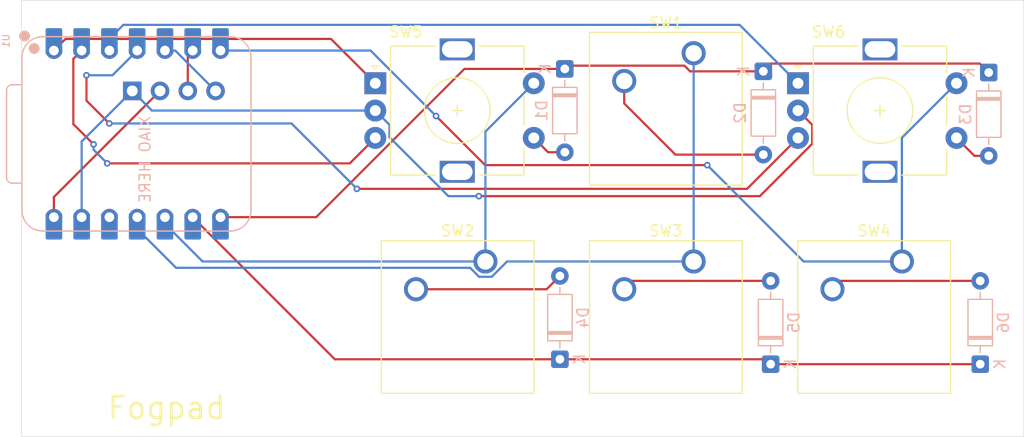
<source format=kicad_pcb>
(kicad_pcb (version 20241229) (generator "pcbnew") (generator_version "9.0")
  (layers (0 "F.Cu" signal) (2 "B.Cu" signal) (13 "F.Paste" user) (15 "B.Paste" user) (5 "F.SilkS" user "F.Silkscreen") (7 "B.SilkS" user "B.Silkscreen") (1 "F.Mask" user) (3 "B.Mask" user) (25 "Edge.Cuts" user))
  (net 0 "")
  (net 1 "Row 1")
  (net 2 "Net-(D1-A)")
  (net 3 "Net-(D2-A)")
  (net 4 "Net-(D3-A)")
  (net 5 "Net-(D4-A)")
  (net 6 "Row 2")
  (net 7 "Net-(D5-A)")
  (net 8 "Net-(D6-A)")
  (net 9 "Net-(J1-SDA)")
  (net 10 "GND")
  (net 11 "Net-(J1-SCL)")
  (net 12 "+5V")
  (net 13 "Column 2")
  (net 14 "Column 1")
  (net 15 "Column 3")
  (net 16 "knob1b")
  (net 17 "knob1a")
  (net 18 "knob2a")
  (net 19 "knob2b")
  (footprint "Button_Switch_Keyboard:SW_Cherry_MX_1.00u_PCB" (layer "F.Cu") (at 145.415 59.21375)
    (property "Reference" "SW1" (at -2.54 -2.794 0) (layer "F.SilkS"))
    (property "Value" "SW_Push")
    (fp_line (start -9.525 -1.905) (end 4.445 -1.905) (stroke (width 0.12)) (layer "F.SilkS"))
    (fp_line (start -9.525 12.065) (end -9.525 -1.905) (stroke (width 0.12)) (layer "F.SilkS"))
    (fp_line (start 4.445 -1.905) (end 4.445 12.065) (stroke (width 0.12)) (layer "F.SilkS"))
    (fp_line (start 4.445 12.065) (end -9.525 12.065) (stroke (width 0.12)) (layer "F.SilkS"))
    (pad "" np_thru_hole circle (at -7.62 5.08) (size 1.7 1.7) (drill 1.7) (layers "*.Cu" "*.Mask"))
    (pad "" np_thru_hole circle (at -2.54 5.08) (size 4 4) (drill 4) (layers "*.Cu" "*.Mask"))
    (pad "" np_thru_hole circle (at 2.54 5.08) (size 1.7 1.7) (drill 1.7) (layers "*.Cu" "*.Mask"))
    (pad "1" thru_hole circle (at 0 0) (size 2.2 2.2) (drill 1.5) (layers "*.Cu" "*.Mask") (net 13 "Column 2"))
    (pad "2" thru_hole circle (at -6.35 2.54) (size 2.2 2.2) (drill 1.5) (layers "*.Cu" "*.Mask") (net 3 "Net-(D2-A)"))
  )
  (footprint "ScottoKeebs_Components:OLED_128x64" (layer "F.Cu") (at 97.87 62.66)
    (property "Reference" "J1" (hide yes))
    (property "Value" "OLED_128x64")
    (pad "1" thru_hole rect (at -3.81 0 90) (size 1.7 1.7) (drill 1) (layers "*.Cu" "*.Mask") (net 10 "GND"))
    (pad "2" thru_hole oval (at -1.27 0 90) (size 1.7 1.7) (drill 1) (layers "*.Cu" "*.Mask") (net 12 "+5V"))
    (pad "3" thru_hole oval (at 1.27 0 90) (size 1.7 1.7) (drill 1) (layers "*.Cu" "*.Mask") (net 11 "Net-(J1-SCL)"))
    (pad "4" thru_hole oval (at 3.81 0 90) (size 1.7 1.7) (drill 1) (layers "*.Cu" "*.Mask") (net 9 "Net-(J1-SDA)"))
  )
  (footprint "Rotary_Encoder:RotaryEncoder_Alps_EC11E-Switch_Vertical_H20mm" (layer "F.Cu") (at 116.29 61.96)
    (property "Reference" "SW5" (at 2.8 -4.7 0) (layer "F.SilkS"))
    (property "Value" "RotaryEncoder_Switch")
    (fp_line (start -0.3 -1.6) (end 0.3 -1.6) (stroke (width 0.12)) (layer "F.SilkS"))
    (fp_line (start 0 -1.3) (end -0.3 -1.6) (stroke (width 0.12)) (layer "F.SilkS"))
    (fp_line (start 0.3 -1.6) (end 0 -1.3) (stroke (width 0.12)) (layer "F.SilkS"))
    (fp_line (start 1.4 -3.4) (end 1.4 8.4) (stroke (width 0.12)) (layer "F.SilkS"))
    (fp_line (start 5.5 -3.4) (end 1.4 -3.4) (stroke (width 0.12)) (layer "F.SilkS"))
    (fp_line (start 5.5 8.4) (end 1.4 8.4) (stroke (width 0.12)) (layer "F.SilkS"))
    (fp_line (start 7 2.5) (end 8 2.5) (stroke (width 0.12)) (layer "F.SilkS"))
    (fp_line (start 7.5 2) (end 7.5 3) (stroke (width 0.12)) (layer "F.SilkS"))
    (fp_line (start 9.5 -3.4) (end 13.6 -3.4) (stroke (width 0.12)) (layer "F.SilkS"))
    (fp_line (start 13.6 -3.4) (end 13.6 -1) (stroke (width 0.12)) (layer "F.SilkS"))
    (fp_line (start 13.6 1.2) (end 13.6 3.8) (stroke (width 0.12)) (layer "F.SilkS"))
    (fp_line (start 13.6 6) (end 13.6 8.4) (stroke (width 0.12)) (layer "F.SilkS"))
    (fp_line (start 13.6 8.4) (end 9.5 8.4) (stroke (width 0.12)) (layer "F.SilkS"))
    (fp_circle (center 7.5 2.5) (end 10.5 2.5) (stroke (width 0.12)) (fill no) (layer "F.SilkS"))
    (pad "A" thru_hole rect (at 0 0) (size 2 2) (drill 1) (layers "*.Cu" "*.Mask") (net 17 "knob1a"))
    (pad "B" thru_hole circle (at 0 5) (size 2 2) (drill 1) (layers "*.Cu" "*.Mask") (net 16 "knob1b"))
    (pad "C" thru_hole circle (at 0 2.5) (size 2 2) (drill 1) (layers "*.Cu" "*.Mask") (net 10 "GND"))
    (pad "MP" thru_hole rect (at 7.5 -3.1) (size 3.2 2) (drill oval 2.8 1.5) (layers "*.Cu" "*.Mask"))
    (pad "MP" thru_hole rect (at 7.5 8.1) (size 3.2 2) (drill oval 2.8 1.5) (layers "*.Cu" "*.Mask"))
    (pad "S1" thru_hole circle (at 14.5 5) (size 2 2) (drill 1) (layers "*.Cu" "*.Mask") (net 2 "Net-(D1-A)"))
    (pad "S2" thru_hole circle (at 14.5 0) (size 2 2) (drill 1) (layers "*.Cu" "*.Mask") (net 14 "Column 1"))
  )
  (footprint "Button_Switch_Keyboard:SW_Cherry_MX_1.00u_PCB" (layer "F.Cu") (at 145.415 78.26375)
    (property "Reference" "SW3" (at -2.54 -2.794 0) (layer "F.SilkS"))
    (property "Value" "SW_Push")
    (fp_line (start -9.525 -1.905) (end 4.445 -1.905) (stroke (width 0.12)) (layer "F.SilkS"))
    (fp_line (start -9.525 12.065) (end -9.525 -1.905) (stroke (width 0.12)) (layer "F.SilkS"))
    (fp_line (start 4.445 -1.905) (end 4.445 12.065) (stroke (width 0.12)) (layer "F.SilkS"))
    (fp_line (start 4.445 12.065) (end -9.525 12.065) (stroke (width 0.12)) (layer "F.SilkS"))
    (pad "" np_thru_hole circle (at -7.62 5.08) (size 1.7 1.7) (drill 1.7) (layers "*.Cu" "*.Mask"))
    (pad "" np_thru_hole circle (at -2.54 5.08) (size 4 4) (drill 4) (layers "*.Cu" "*.Mask"))
    (pad "" np_thru_hole circle (at 2.54 5.08) (size 1.7 1.7) (drill 1.7) (layers "*.Cu" "*.Mask"))
    (pad "1" thru_hole circle (at 0 0) (size 2.2 2.2) (drill 1.5) (layers "*.Cu" "*.Mask") (net 13 "Column 2"))
    (pad "2" thru_hole circle (at -6.35 2.54) (size 2.2 2.2) (drill 1.5) (layers "*.Cu" "*.Mask") (net 7 "Net-(D5-A)"))
  )
  (footprint "Button_Switch_Keyboard:SW_Cherry_MX_1.00u_PCB" (layer "F.Cu") (at 126.365 78.26375)
    (property "Reference" "SW2" (at -2.54 -2.794 0) (layer "F.SilkS"))
    (property "Value" "SW_Push")
    (fp_line (start -9.525 -1.905) (end 4.445 -1.905) (stroke (width 0.12)) (layer "F.SilkS"))
    (fp_line (start -9.525 12.065) (end -9.525 -1.905) (stroke (width 0.12)) (layer "F.SilkS"))
    (fp_line (start 4.445 -1.905) (end 4.445 12.065) (stroke (width 0.12)) (layer "F.SilkS"))
    (fp_line (start 4.445 12.065) (end -9.525 12.065) (stroke (width 0.12)) (layer "F.SilkS"))
    (pad "" np_thru_hole circle (at -7.62 5.08) (size 1.7 1.7) (drill 1.7) (layers "*.Cu" "*.Mask"))
    (pad "" np_thru_hole circle (at -2.54 5.08) (size 4 4) (drill 4) (layers "*.Cu" "*.Mask"))
    (pad "" np_thru_hole circle (at 2.54 5.08) (size 1.7 1.7) (drill 1.7) (layers "*.Cu" "*.Mask"))
    (pad "1" thru_hole circle (at 0 0) (size 2.2 2.2) (drill 1.5) (layers "*.Cu" "*.Mask") (net 14 "Column 1"))
    (pad "2" thru_hole circle (at -6.35 2.54) (size 2.2 2.2) (drill 1.5) (layers "*.Cu" "*.Mask") (net 5 "Net-(D4-A)"))
  )
  (footprint "Rotary_Encoder:RotaryEncoder_Alps_EC11E-Switch_Vertical_H20mm" (layer "F.Cu") (at 154.96 61.96)
    (property "Reference" "SW6" (at 2.8 -4.7 0) (layer "F.SilkS"))
    (property "Value" "RotaryEncoder_Switch")
    (fp_line (start -0.3 -1.6) (end 0.3 -1.6) (stroke (width 0.12)) (layer "F.SilkS"))
    (fp_line (start 0 -1.3) (end -0.3 -1.6) (stroke (width 0.12)) (layer "F.SilkS"))
    (fp_line (start 0.3 -1.6) (end 0 -1.3) (stroke (width 0.12)) (layer "F.SilkS"))
    (fp_line (start 1.4 -3.4) (end 1.4 8.4) (stroke (width 0.12)) (layer "F.SilkS"))
    (fp_line (start 5.5 -3.4) (end 1.4 -3.4) (stroke (width 0.12)) (layer "F.SilkS"))
    (fp_line (start 5.5 8.4) (end 1.4 8.4) (stroke (width 0.12)) (layer "F.SilkS"))
    (fp_line (start 7 2.5) (end 8 2.5) (stroke (width 0.12)) (layer "F.SilkS"))
    (fp_line (start 7.5 2) (end 7.5 3) (stroke (width 0.12)) (layer "F.SilkS"))
    (fp_line (start 9.5 -3.4) (end 13.6 -3.4) (stroke (width 0.12)) (layer "F.SilkS"))
    (fp_line (start 13.6 -3.4) (end 13.6 -1) (stroke (width 0.12)) (layer "F.SilkS"))
    (fp_line (start 13.6 1.2) (end 13.6 3.8) (stroke (width 0.12)) (layer "F.SilkS"))
    (fp_line (start 13.6 6) (end 13.6 8.4) (stroke (width 0.12)) (layer "F.SilkS"))
    (fp_line (start 13.6 8.4) (end 9.5 8.4) (stroke (width 0.12)) (layer "F.SilkS"))
    (fp_circle (center 7.5 2.5) (end 10.5 2.5) (stroke (width 0.12)) (fill no) (layer "F.SilkS"))
    (pad "A" thru_hole rect (at 0 0) (size 2 2) (drill 1) (layers "*.Cu" "*.Mask") (net 18 "knob2a"))
    (pad "B" thru_hole circle (at 0 5) (size 2 2) (drill 1) (layers "*.Cu" "*.Mask") (net 19 "knob2b"))
    (pad "C" thru_hole circle (at 0 2.5) (size 2 2) (drill 1) (layers "*.Cu" "*.Mask") (net 10 "GND"))
    (pad "MP" thru_hole rect (at 7.5 -3.1) (size 3.2 2) (drill oval 2.8 1.5) (layers "*.Cu" "*.Mask"))
    (pad "MP" thru_hole rect (at 7.5 8.1) (size 3.2 2) (drill oval 2.8 1.5) (layers "*.Cu" "*.Mask"))
    (pad "S1" thru_hole circle (at 14.5 5) (size 2 2) (drill 1) (layers "*.Cu" "*.Mask") (net 4 "Net-(D3-A)"))
    (pad "S2" thru_hole circle (at 14.5 0) (size 2 2) (drill 1) (layers "*.Cu" "*.Mask") (net 15 "Column 3"))
  )
  (footprint "Button_Switch_Keyboard:SW_Cherry_MX_1.00u_PCB" (layer "F.Cu") (at 164.465 78.26375)
    (property "Reference" "SW4" (at -2.54 -2.794 0) (layer "F.SilkS"))
    (property "Value" "SW_Push")
    (fp_line (start -9.525 -1.905) (end 4.445 -1.905) (stroke (width 0.12)) (layer "F.SilkS"))
    (fp_line (start -9.525 12.065) (end -9.525 -1.905) (stroke (width 0.12)) (layer "F.SilkS"))
    (fp_line (start 4.445 -1.905) (end 4.445 12.065) (stroke (width 0.12)) (layer "F.SilkS"))
    (fp_line (start 4.445 12.065) (end -9.525 12.065) (stroke (width 0.12)) (layer "F.SilkS"))
    (pad "" np_thru_hole circle (at -7.62 5.08) (size 1.7 1.7) (drill 1.7) (layers "*.Cu" "*.Mask"))
    (pad "" np_thru_hole circle (at -2.54 5.08) (size 4 4) (drill 4) (layers "*.Cu" "*.Mask"))
    (pad "" np_thru_hole circle (at 2.54 5.08) (size 1.7 1.7) (drill 1.7) (layers "*.Cu" "*.Mask"))
    (pad "1" thru_hole circle (at 0 0) (size 2.2 2.2) (drill 1.5) (layers "*.Cu" "*.Mask") (net 15 "Column 3"))
    (pad "2" thru_hole circle (at -6.35 2.54) (size 2.2 2.2) (drill 1.5) (layers "*.Cu" "*.Mask") (net 8 "Net-(D6-A)"))
  )
  (footprint "Diode_THT:D_DO-35_SOD27_P7.62mm_Horizontal" (layer "B.Cu") (at 152.46 87.66 90)
    (property "Reference" "D5" (at 3.81 2.12 90) (layer "B.SilkS") (effects (justify mirror)))
    (property "Value" "1N4148")
    (fp_line (start 6.58 0) (end 5.93 0) (stroke (width 0.12)) (layer "B.SilkS"))
    (fp_line (start 1.04 0) (end 1.69 0) (stroke (width 0.12)) (layer "B.SilkS"))
    (fp_line (start 2.53 1.12) (end 2.53 -1.12) (stroke (width 0.12)) (layer "B.SilkS"))
    (fp_line (start 2.41 1.12) (end 2.41 -1.12) (stroke (width 0.12)) (layer "B.SilkS"))
    (fp_line (start 2.29 1.12) (end 2.29 -1.12) (stroke (width 0.12)) (layer "B.SilkS"))
    (fp_rect (start 1.69 1.12) (end 5.93 -1.12) (stroke (width 0.12)) (fill no) (layer "B.SilkS"))
    (fp_text user "K" (at 0 1.8 90) (layer "B.SilkS") (effects (justify mirror)))
    (pad "1" thru_hole roundrect (at 0 0 90) (size 1.6 1.6) (drill 0.8) (layers "*.Cu" "*.Mask") (roundrect_rratio 0.15625) (net 6 "Row 2"))
    (pad "2" thru_hole circle (at 7.62 0 90) (size 1.6 1.6) (drill 0.8) (layers "*.Cu" "*.Mask") (net 7 "Net-(D5-A)"))
  )
  (footprint "Diode_THT:D_DO-35_SOD27_P7.62mm_Horizontal" (layer "B.Cu") (at 133.18 87.21 90)
    (property "Reference" "D4" (at 3.81 2.12 90) (layer "B.SilkS") (effects (justify mirror)))
    (property "Value" "1N4148")
    (fp_line (start 6.58 0) (end 5.93 0) (stroke (width 0.12)) (layer "B.SilkS"))
    (fp_line (start 1.04 0) (end 1.69 0) (stroke (width 0.12)) (layer "B.SilkS"))
    (fp_line (start 2.53 1.12) (end 2.53 -1.12) (stroke (width 0.12)) (layer "B.SilkS"))
    (fp_line (start 2.41 1.12) (end 2.41 -1.12) (stroke (width 0.12)) (layer "B.SilkS"))
    (fp_line (start 2.29 1.12) (end 2.29 -1.12) (stroke (width 0.12)) (layer "B.SilkS"))
    (fp_rect (start 1.69 1.12) (end 5.93 -1.12) (stroke (width 0.12)) (fill no) (layer "B.SilkS"))
    (fp_text user "K" (at 0 1.8 90) (layer "B.SilkS") (effects (justify mirror)))
    (pad "1" thru_hole roundrect (at 0 0 90) (size 1.6 1.6) (drill 0.8) (layers "*.Cu" "*.Mask") (roundrect_rratio 0.15625) (net 6 "Row 2"))
    (pad "2" thru_hole circle (at 7.62 0 90) (size 1.6 1.6) (drill 0.8) (layers "*.Cu" "*.Mask") (net 5 "Net-(D4-A)"))
  )
  (footprint "Diode_THT:D_DO-35_SOD27_P7.62mm_Horizontal" (layer "B.Cu") (at 172.41 60.98 -90)
    (property "Reference" "D3" (at 3.81 2.12 90) (layer "B.SilkS") (effects (justify mirror)))
    (property "Value" "1N4148")
    (fp_line (start 2.29 1.12) (end 2.29 -1.12) (stroke (width 0.12)) (layer "B.SilkS"))
    (fp_line (start 2.41 1.12) (end 2.41 -1.12) (stroke (width 0.12)) (layer "B.SilkS"))
    (fp_line (start 2.53 1.12) (end 2.53 -1.12) (stroke (width 0.12)) (layer "B.SilkS"))
    (fp_line (start 1.04 0) (end 1.69 0) (stroke (width 0.12)) (layer "B.SilkS"))
    (fp_line (start 6.58 0) (end 5.93 0) (stroke (width 0.12)) (layer "B.SilkS"))
    (fp_rect (start 1.69 1.12) (end 5.93 -1.12) (stroke (width 0.12)) (fill no) (layer "B.SilkS"))
    (fp_text user "K" (at 0 1.8 90) (layer "B.SilkS") (effects (justify mirror)))
    (pad "1" thru_hole roundrect (at 0 0 270) (size 1.6 1.6) (drill 0.8) (layers "*.Cu" "*.Mask") (roundrect_rratio 0.15625) (net 1 "Row 1"))
    (pad "2" thru_hole circle (at 7.62 0 270) (size 1.6 1.6) (drill 0.8) (layers "*.Cu" "*.Mask") (net 4 "Net-(D3-A)"))
  )
  (footprint "OPL:XIAO-RP2040-DIP" (layer "B.Cu") (at 94.51 66.59 -90)
    (property "Reference" "U1" (at -8.5 12 90) (layer "B.SilkS") (effects (font (size 0.635 0.635) (thickness 0.1016)) (justify mirror)))
    (property "Value" "XIAO-RP2040-DIP")
    (fp_line (start -3.991272 11.951) (end 4.004 11.951) (stroke (width 0.127)) (layer "B.SilkS"))
    (fp_line (start 4.504 11.451) (end 4.504 10.541) (stroke (width 0.127)) (layer "B.SilkS"))
    (fp_line (start -4.495 10.541) (end -4.491272 11.451272) (stroke (width 0.127)) (layer "B.SilkS"))
    (fp_line (start 6.985 10.541) (end -6.985 10.541) (stroke (width 0.1)) (layer "B.SilkS"))
    (fp_line (start 6.985 10.541) (end -6.985 10.541) (stroke (width 0.127)) (layer "B.SilkS"))
    (fp_line (start -8.89 -8.509) (end -8.89 8.636) (stroke (width 0.127)) (layer "B.SilkS"))
    (fp_line (start 8.89 -8.509) (end 8.89 8.636) (stroke (width 0.127)) (layer "B.SilkS"))
    (fp_line (start -6.985 -10.414) (end 6.985 -10.414) (stroke (width 0.127)) (layer "B.SilkS"))
    (fp_arc (start -3.991272 11.951) (mid -4.344724 11.804644) (end -4.491272 11.451272) (stroke (width 0.127)) (layer "B.SilkS"))
    (fp_arc (start 4.504 11.451) (mid 4.357553 11.804553) (end 4.004 11.951) (stroke (width 0.127)) (layer "B.SilkS"))
    (fp_arc (start -6.985 10.541) (mid -8.332038 9.983038) (end -8.89 8.636) (stroke (width 0.127)) (layer "B.SilkS"))
    (fp_arc (start 8.89 8.636) (mid 8.332038 9.983038) (end 6.985 10.541) (stroke (width 0.127)) (layer "B.SilkS"))
    (fp_arc (start -8.89 -8.509) (mid -8.332038 -9.856038) (end -6.985 -10.414) (stroke (width 0.127)) (layer "B.SilkS"))
    (fp_arc (start 6.985 -10.414) (mid 8.332038 -9.856038) (end 8.89 -8.509) (stroke (width 0.127)) (layer "B.SilkS"))
    (fp_circle (center -8.95 10.3) (end -8.95 10.554) (stroke (width 0.5)) (fill yes) (layer "B.SilkS"))
    (fp_circle (center -7.807 9.42) (end -7.807 9.674) (stroke (width 0.5)) (fill yes) (layer "B.SilkS"))
    (pad "1" smd roundrect (at -8.455 7.62 90) (size 2.432 1.524) (layers "B.Cu" "B.Mask") (roundrect_rratio 0.1) (net 17 "knob1a"))
    (pad "1" thru_hole circle (at -7.62 7.62 90) (size 1.524 1.524) (drill 0.889) (layers "*.Cu" "*.Mask") (net 17 "knob1a"))
    (pad "2" smd roundrect (at -8.455 5.08 90) (size 2.432 1.524) (layers "B.Cu" "B.Mask") (roundrect_rratio 0.1) (net 16 "knob1b"))
    (pad "2" thru_hole circle (at -7.62 5.08 90) (size 1.524 1.524) (drill 0.889) (layers "*.Cu" "*.Mask") (net 16 "knob1b"))
    (pad "3" smd roundrect (at -8.455 2.54 90) (size 2.432 1.524) (layers "B.Cu" "B.Mask") (roundrect_rratio 0.1) (net 18 "knob2a"))
    (pad "3" thru_hole circle (at -7.62 2.54 90) (size 1.524 1.524) (drill 0.889) (layers "*.Cu" "*.Mask") (net 18 "knob2a"))
    (pad "4" smd roundrect (at -8.455 0 90) (size 2.432 1.524) (layers "B.Cu" "B.Mask") (roundrect_rratio 0.1) (net 19 "knob2b"))
    (pad "4" thru_hole circle (at -7.62 0 90) (size 1.524 1.524) (drill 0.889) (layers "*.Cu" "*.Mask") (net 19 "knob2b"))
    (pad "5" smd roundrect (at -8.455 -2.54 90) (size 2.432 1.524) (layers "B.Cu" "B.Mask") (roundrect_rratio 0.1) (net 9 "Net-(J1-SDA)"))
    (pad "5" thru_hole circle (at -7.62 -2.54 90) (size 1.524 1.524) (drill 0.889) (layers "*.Cu" "*.Mask") (net 9 "Net-(J1-SDA)"))
    (pad "6" smd roundrect (at -8.455 -5.08 90) (size 2.432 1.524) (layers "B.Cu" "B.Mask") (roundrect_rratio 0.1) (net 11 "Net-(J1-SCL)"))
    (pad "6" thru_hole circle (at -7.62 -5.08 90) (size 1.524 1.524) (drill 0.889) (layers "*.Cu" "*.Mask") (net 11 "Net-(J1-SCL)"))
    (pad "7" smd roundrect (at -8.455 -7.62 90) (size 2.432 1.524) (layers "B.Cu" "B.Mask") (roundrect_rratio 0.1) (net 15 "Column 3"))
    (pad "7" thru_hole circle (at -7.62 -7.62 90) (size 1.524 1.524) (drill 0.889) (layers "*.Cu" "*.Mask") (net 15 "Column 3"))
    (pad "8" thru_hole circle (at 7.62 -7.62 270) (size 1.524 1.524) (drill 0.889) (layers "*.Cu" "*.Mask") (net 1 "Row 1"))
    (pad "8" smd roundrect (at 8.455 -7.62 270) (size 2.432 1.524) (layers "B.Cu" "B.Mask") (roundrect_rratio 0.1) (net 1 "Row 1"))
    (pad "9" thru_hole circle (at 7.62 -5.08 270) (size 1.524 1.524) (drill 0.889) (layers "*.Cu" "*.Mask") (net 6 "Row 2"))
    (pad "9" smd roundrect (at 8.455 -5.08 270) (size 2.432 1.524) (layers "B.Cu" "B.Mask") (roundrect_rratio 0.1) (net 6 "Row 2"))
    (pad "10" thru_hole circle (at 7.62 -2.54 270) (size 1.524 1.524) (drill 0.889) (layers "*.Cu" "*.Mask") (net 14 "Column 1"))
    (pad "10" smd roundrect (at 8.455 -2.54 270) (size 2.432 1.524) (layers "B.Cu" "B.Mask") (roundrect_rratio 0.1) (net 14 "Column 1"))
    (pad "11" thru_hole circle (at 7.62 0 270) (size 1.524 1.524) (drill 0.889) (layers "*.Cu" "*.Mask") (net 13 "Column 2"))
    (pad "11" smd roundrect (at 8.455 0 270) (size 2.432 1.524) (layers "B.Cu" "B.Mask") (roundrect_rratio 0.1) (net 13 "Column 2"))
    (pad "12" thru_hole circle (at 7.62 2.54 270) (size 1.524 1.524) (drill 0.889) (layers "*.Cu" "*.Mask"))
    (pad "12" smd roundrect (at 8.455 2.54 270) (size 2.432 1.524) (layers "B.Cu" "B.Mask") (roundrect_rratio 0.1))
    (pad "13" thru_hole circle (at 7.62 5.08 270) (size 1.524 1.524) (drill 0.889) (layers "*.Cu" "*.Mask") (net 10 "GND"))
    (pad "13" smd roundrect (at 8.455 5.08 270) (size 2.432 1.524) (layers "B.Cu" "B.Mask") (roundrect_rratio 0.1) (net 10 "GND"))
    (pad "14" thru_hole circle (at 7.62 7.62 270) (size 1.524 1.524) (drill 0.889) (layers "*.Cu" "*.Mask") (net 12 "+5V"))
    (pad "14" smd roundrect (at 8.455 7.62 270) (size 2.432 1.524) (layers "B.Cu" "B.Mask") (roundrect_rratio 0.1) (net 12 "+5V"))
  )
  (footprint "Diode_THT:D_DO-35_SOD27_P7.62mm_Horizontal" (layer "B.Cu") (at 171.63 87.66 90)
    (property "Reference" "D6" (at 3.81 2.12 90) (layer "B.SilkS") (effects (justify mirror)))
    (property "Value" "1N4148")
    (fp_line (start 6.58 0) (end 5.93 0) (stroke (width 0.12)) (layer "B.SilkS"))
    (fp_line (start 1.04 0) (end 1.69 0) (stroke (width 0.12)) (layer "B.SilkS"))
    (fp_line (start 2.53 1.12) (end 2.53 -1.12) (stroke (width 0.12)) (layer "B.SilkS"))
    (fp_line (start 2.41 1.12) (end 2.41 -1.12) (stroke (width 0.12)) (layer "B.SilkS"))
    (fp_line (start 2.29 1.12) (end 2.29 -1.12) (stroke (width 0.12)) (layer "B.SilkS"))
    (fp_rect (start 1.69 1.12) (end 5.93 -1.12) (stroke (width 0.12)) (fill no) (layer "B.SilkS"))
    (fp_text user "K" (at 0 1.8 90) (layer "B.SilkS") (effects (justify mirror)))
    (pad "1" thru_hole roundrect (at 0 0 90) (size 1.6 1.6) (drill 0.8) (layers "*.Cu" "*.Mask") (roundrect_rratio 0.15625) (net 6 "Row 2"))
    (pad "2" thru_hole circle (at 7.62 0 90) (size 1.6 1.6) (drill 0.8) (layers "*.Cu" "*.Mask") (net 8 "Net-(D6-A)"))
  )
  (footprint "Diode_THT:D_DO-35_SOD27_P7.62mm_Horizontal" (layer "B.Cu") (at 151.79 60.87 -90)
    (property "Reference" "D2" (at 3.81 2.12 90) (layer "B.SilkS") (effects (justify mirror)))
    (property "Value" "1N4148")
    (fp_line (start 2.29 1.12) (end 2.29 -1.12) (stroke (width 0.12)) (layer "B.SilkS"))
    (fp_line (start 2.41 1.12) (end 2.41 -1.12) (stroke (width 0.12)) (layer "B.SilkS"))
    (fp_line (start 2.53 1.12) (end 2.53 -1.12) (stroke (width 0.12)) (layer "B.SilkS"))
    (fp_line (start 1.04 0) (end 1.69 0) (stroke (width 0.12)) (layer "B.SilkS"))
    (fp_line (start 6.58 0) (end 5.93 0) (stroke (width 0.12)) (layer "B.SilkS"))
    (fp_rect (start 1.69 1.12) (end 5.93 -1.12) (stroke (width 0.12)) (fill no) (layer "B.SilkS"))
    (fp_text user "K" (at 0 1.8 90) (layer "B.SilkS") (effects (justify mirror)))
    (pad "1" thru_hole roundrect (at 0 0 270) (size 1.6 1.6) (drill 0.8) (layers "*.Cu" "*.Mask") (roundrect_rratio 0.15625) (net 1 "Row 1"))
    (pad "2" thru_hole circle (at 7.62 0 270) (size 1.6 1.6) (drill 0.8) (layers "*.Cu" "*.Mask") (net 3 "Net-(D2-A)"))
  )
  (footprint "Diode_THT:D_DO-35_SOD27_P7.62mm_Horizontal" (layer "B.Cu") (at 133.63 60.65 -90)
    (property "Reference" "D1" (at 3.81 2.12 90) (layer "B.SilkS") (effects (justify mirror)))
    (property "Value" "1N4148")
    (fp_line (start 2.29 1.12) (end 2.29 -1.12) (stroke (width 0.12)) (layer "B.SilkS"))
    (fp_line (start 2.41 1.12) (end 2.41 -1.12) (stroke (width 0.12)) (layer "B.SilkS"))
    (fp_line (start 2.53 1.12) (end 2.53 -1.12) (stroke (width 0.12)) (layer "B.SilkS"))
    (fp_line (start 1.04 0) (end 1.69 0) (stroke (width 0.12)) (layer "B.SilkS"))
    (fp_line (start 6.58 0) (end 5.93 0) (stroke (width 0.12)) (layer "B.SilkS"))
    (fp_rect (start 1.69 1.12) (end 5.93 -1.12) (stroke (width 0.12)) (fill no) (layer "B.SilkS"))
    (fp_text user "K" (at 0 1.8 90) (layer "B.SilkS") (effects (justify mirror)))
    (pad "1" thru_hole roundrect (at 0 0 270) (size 1.6 1.6) (drill 0.8) (layers "*.Cu" "*.Mask") (roundrect_rratio 0.15625) (net 1 "Row 1"))
    (pad "2" thru_hole circle (at 7.62 0 270) (size 1.6 1.6) (drill 0.8) (layers "*.Cu" "*.Mask") (net 2 "Net-(D1-A)"))
  )
  (gr_rect (start 83.93 54.37) (end 175.62 94.28) (stroke (width 0.05)) (fill no) (layer "Edge.Cuts"))
  (gr_text "Fogpad" (at 91.66 92.82 0) (layer "F.SilkS") (effects (font (size 2 2) (thickness 0.25)) (justify left bottom)))
  (gr_text "XIAO HERE" (at 95.81 68.94 90) (layer "B.SilkS") (effects (font (size 1 1) (thickness 0.125)) (justify bottom mirror)))
  (segment (start 171.591 60.161) (end 172.41 60.98) (width 0.2) (layer "F.Cu") (net 1))
  (segment (start 145.089936 60.87) (end 151.79 60.87) (width 0.2) (layer "F.Cu") (net 1))
  (segment (start 133.63 60.65) (end 133.92725 60.35275) (width 0.2) (layer "F.Cu") (net 1))
  (segment (start 133.63 60.65) (end 124.439892 60.65) (width 0.2) (layer "F.Cu") (net 1))
  (segment (start 151.79 60.87) (end 152.499 60.161) (width 0.2) (layer "F.Cu") (net 1))
  (segment (start 110.879892 74.21) (end 102.13 74.21) (width 0.2) (layer "F.Cu") (net 1))
  (segment (start 133.92725 60.35275) (end 144.572686 60.35275) (width 0.2) (layer "F.Cu") (net 1))
  (segment (start 152.499 60.161) (end 171.591 60.161) (width 0.2) (layer "F.Cu") (net 1))
  (segment (start 144.572686 60.35275) (end 145.089936 60.87) (width 0.2) (layer "F.Cu") (net 1))
  (segment (start 124.439892 60.65) (end 110.879892 74.21) (width 0.2) (layer "F.Cu") (net 1))
  (segment (start 133.63 68.27) (end 132.1 68.27) (width 0.2) (layer "F.Cu") (net 2))
  (segment (start 132.1 68.27) (end 130.79 66.96) (width 0.2) (layer "F.Cu") (net 2))
  (segment (start 151.79 68.49) (end 143.746434 68.49) (width 0.2) (layer "F.Cu") (net 3))
  (segment (start 139.065 63.808566) (end 139.065 61.75375) (width 0.2) (layer "F.Cu") (net 3))
  (segment (start 143.746434 68.49) (end 139.065 63.808566) (width 0.2) (layer "F.Cu") (net 3))
  (segment (start 169.46 66.96) (end 171.1 68.6) (width 0.2) (layer "F.Cu") (net 4))
  (segment (start 171.1 68.6) (end 172.41 68.6) (width 0.2) (layer "F.Cu") (net 4))
  (segment (start 131.96625 80.80375) (end 133.18 79.59) (width 0.2) (layer "F.Cu") (net 5))
  (segment (start 120.015 80.80375) (end 131.96625 80.80375) (width 0.2) (layer "F.Cu") (net 5))
  (segment (start 133.18 87.21) (end 152.01 87.21) (width 0.2) (layer "F.Cu") (net 6))
  (segment (start 112.59 87.21) (end 99.59 74.21) (width 0.2) (layer "F.Cu") (net 6))
  (segment (start 152.46 87.66) (end 171.63 87.66) (width 0.2) (layer "F.Cu") (net 6))
  (segment (start 152.01 87.21) (end 152.46 87.66) (width 0.2) (layer "F.Cu") (net 6))
  (segment (start 133.18 87.21) (end 112.59 87.21) (width 0.2) (layer "F.Cu") (net 6))
  (segment (start 139.82875 80.04) (end 139.065 80.80375) (width 0.2) (layer "F.Cu") (net 7))
  (segment (start 152.46 80.04) (end 139.82875 80.04) (width 0.2) (layer "F.Cu") (net 7))
  (segment (start 158.87875 80.04) (end 158.115 80.80375) (width 0.2) (layer "F.Cu") (net 8))
  (segment (start 171.63 80.04) (end 158.87875 80.04) (width 0.2) (layer "F.Cu") (net 8))
  (segment (start 101.68 62.66) (end 97.99 58.97) (width 0.2) (layer "B.Cu") (net 9))
  (segment (start 97.99 58.97) (end 97.05 58.97) (width 0.2) (layer "B.Cu") (net 9))
  (segment (start 156.261 65.761) (end 154.96 64.46) (width 0.2) (layer "F.Cu") (net 10))
  (segment (start 125.765 72.29) (end 151.469892 72.29) (width 0.2) (layer "F.Cu") (net 10))
  (segment (start 151.469892 72.29) (end 156.261 67.498892) (width 0.2) (layer "F.Cu") (net 10))
  (segment (start 156.261 67.498892) (end 156.261 65.761) (width 0.2) (layer "F.Cu") (net 10))
  (via (at 125.765 72.29) (size 0.6) (drill 0.3) (layers "F.Cu" "B.Cu") (net 10))
  (segment (start 94.06 62.66) (end 95.86 64.46) (width 0.2) (layer "B.Cu") (net 10))
  (segment (start 122.98 72.29) (end 125.765 72.29) (width 0.2) (layer "B.Cu") (net 10))
  (segment (start 116.29 64.46) (end 117.591 65.761) (width 0.2) (layer "B.Cu") (net 10))
  (segment (start 117.591 66.901) (end 122.98 72.29) (width 0.2) (layer "B.Cu") (net 10))
  (segment (start 95.86 64.46) (end 116.29 64.46) (width 0.2) (layer "B.Cu") (net 10))
  (segment (start 89.43 67.29) (end 94.06 62.66) (width 0.2) (layer "B.Cu") (net 10))
  (segment (start 89.43 74.21) (end 89.43 67.29) (width 0.2) (layer "B.Cu") (net 10))
  (segment (start 117.591 65.761) (end 117.591 66.901) (width 0.2) (layer "B.Cu") (net 10))
  (segment (start 99.14 59.42) (end 99.59 58.97) (width 0.2) (layer "F.Cu") (net 11))
  (segment (start 99.14 62.66) (end 99.14 59.42) (width 0.2) (layer "F.Cu") (net 11))
  (segment (start 96.6 62.66) (end 86.89 72.37) (width 0.2) (layer "F.Cu") (net 12))
  (segment (start 86.89 72.37) (end 86.89 74.21) (width 0.2) (layer "F.Cu") (net 12))
  (segment (start 128.346314 78.26375) (end 126.945314 79.66475) (width 0.2) (layer "B.Cu") (net 13))
  (segment (start 145.415 59.21375) (end 145.415 78.26375) (width 0.2) (layer "B.Cu") (net 13))
  (segment (start 125.784686 79.66475) (end 124.964 78.844064) (width 0.2) (layer "B.Cu") (net 13))
  (segment (start 145.415 78.26375) (end 128.346314 78.26375) (width 0.2) (layer "B.Cu") (net 13))
  (segment (start 94.51 75.28763) (end 94.51 74.21) (width 0.2) (layer "B.Cu") (net 13))
  (segment (start 124.964 78.844064) (end 98.066434 78.844064) (width 0.2) (layer "B.Cu") (net 13))
  (segment (start 98.066434 78.844064) (end 94.51 75.28763) (width 0.2) (layer "B.Cu") (net 13))
  (segment (start 126.945314 79.66475) (end 125.784686 79.66475) (width 0.2) (layer "B.Cu") (net 13))
  (segment (start 130.79 61.96) (end 126.365 66.385) (width 0.2) (layer "B.Cu") (net 14))
  (segment (start 97.05 74.823626) (end 97.05 74.21) (width 0.2) (layer "B.Cu") (net 14))
  (segment (start 100.490124 78.26375) (end 97.05 74.823626) (width 0.2) (layer "B.Cu") (net 14))
  (segment (start 126.365 66.385) (end 126.365 78.26375) (width 0.2) (layer "B.Cu") (net 14))
  (segment (start 126.365 78.26375) (end 100.490124 78.26375) (width 0.2) (layer "B.Cu") (net 14))
  (segment (start 146.66 69.45) (end 126.34 69.45) (width 0.2) (layer "F.Cu") (net 15))
  (segment (start 126.34 69.45) (end 121.85 64.96) (width 0.2) (layer "F.Cu") (net 15))
  (via (at 121.85 64.96) (size 0.6) (drill 0.3) (layers "F.Cu" "B.Cu") (net 15))
  (via (at 146.66 69.45) (size 0.6) (drill 0.3) (layers "F.Cu" "B.Cu") (net 15))
  (segment (start 155.47375 78.26375) (end 146.66 69.45) (width 0.2) (layer "B.Cu") (net 15))
  (segment (start 164.465 78.26375) (end 155.47375 78.26375) (width 0.2) (layer "B.Cu") (net 15))
  (segment (start 164.465 66.955) (end 164.465 78.26375) (width 0.2) (layer "B.Cu") (net 15))
  (segment (start 115.86 58.97) (end 102.13 58.97) (width 0.2) (layer "B.Cu") (net 15))
  (segment (start 121.85 64.96) (end 115.86 58.97) (width 0.2) (layer "B.Cu") (net 15))
  (segment (start 169.46 61.96) (end 164.465 66.955) (width 0.2) (layer "B.Cu") (net 15))
  (segment (start 116.29 66.96) (end 113.96 69.29) (width 0.2) (layer "F.Cu") (net 16))
  (segment (start 88.668001 59.731999) (end 89.43 58.97) (width 0.2) (layer "F.Cu") (net 16))
  (segment (start 88.668001 65.698001) (end 88.668001 59.731999) (width 0.2) (layer "F.Cu") (net 16))
  (segment (start 90.52 67.55) (end 88.668001 65.698001) (width 0.2) (layer "F.Cu") (net 16))
  (segment (start 113.96 69.29) (end 91.77 69.29) (width 0.2) (layer "F.Cu") (net 16))
  (via (at 90.52 67.55) (size 0.6) (drill 0.3) (layers "F.Cu" "B.Cu") (net 16))
  (via (at 91.77 69.29) (size 0.6) (drill 0.3) (layers "F.Cu" "B.Cu") (net 16))
  (segment (start 90.52 68.04) (end 90.52 67.55) (width 0.2) (layer "B.Cu") (net 16))
  (segment (start 91.77 69.29) (end 90.52 68.04) (width 0.2) (layer "B.Cu") (net 16))
  (segment (start 112.237 57.907) (end 87.953 57.907) (width 0.2) (layer "F.Cu") (net 17))
  (segment (start 116.29 61.96) (end 112.237 57.907) (width 0.2) (layer "F.Cu") (net 17))
  (segment (start 87.953 57.907) (end 86.89 58.97) (width 0.2) (layer "F.Cu") (net 17))
  (segment (start 154.96 61.96) (end 149.618 56.618) (width 0.2) (layer "B.Cu") (net 18))
  (segment (start 93.24437 56.618) (end 91.97 57.89237) (width 0.2) (layer "B.Cu") (net 18))
  (segment (start 91.97 57.89237) (end 91.97 58.97) (width 0.2) (layer "B.Cu") (net 18))
  (segment (start 149.618 56.618) (end 93.24437 56.618) (width 0.2) (layer "B.Cu") (net 18))
  (segment (start 91.96 65.64) (end 89.87 63.55) (width 0.2) (layer "F.Cu") (net 19))
  (segment (start 89.87 63.55) (end 89.87 61.23) (width 0.2) (layer "F.Cu") (net 19))
  (segment (start 150.3 71.62) (end 114.61 71.62) (width 0.2) (layer "F.Cu") (net 19))
  (segment (start 154.96 66.96) (end 150.3 71.62) (width 0.2) (layer "F.Cu") (net 19))
  (via (at 114.61 71.62) (size 0.6) (drill 0.3) (layers "F.Cu" "B.Cu") (net 19))
  (via (at 91.96 65.64) (size 0.6) (drill 0.3) (layers "F.Cu" "B.Cu") (net 19))
  (via (at 89.87 61.23) (size 0.6) (drill 0.3) (layers "F.Cu" "B.Cu") (net 19))
  (segment (start 89.87 61.23) (end 92.25 61.23) (width 0.2) (layer "B.Cu") (net 19))
  (segment (start 92.25 61.23) (end 94.51 58.97) (width 0.2) (layer "B.Cu") (net 19))
  (segment (start 108.63 65.64) (end 91.96 65.64) (width 0.2) (layer "B.Cu") (net 19))
  (segment (start 114.61 71.62) (end 108.63 65.64) (width 0.2) (layer "B.Cu") (net 19))
)
</source>
